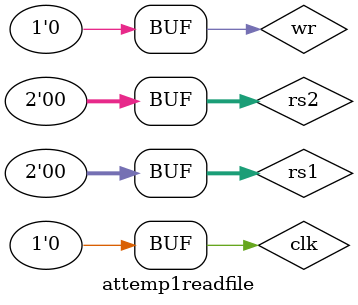
<source format=v>
`timescale 1ns / 1ps


module attemp1readfile;

	// Inputs
	reg clk;
	reg [1:0] rs1;
	reg [1:0] rs2;
	reg wr;

	// Outputs
	wire [31:0] read1;
	wire [31:0] read2;

	// Instantiate the Unit Under Test (UUT)
	readmemory uut (
		.read1(read1), 
		.read2(read2), 
		.clk(clk), 
		.rs1(rs1), 
		.rs2(rs2), 
		.wr(wr)
	);

	initial begin
		// Initialize Inputs
		clk = 0;
		rs1 = 0;
		rs2 = 0;
		wr = 0;

		// Wait 100 ns for global reset to finish
		#100;
        
		// Add stimulus here

	end
      
endmodule


</source>
